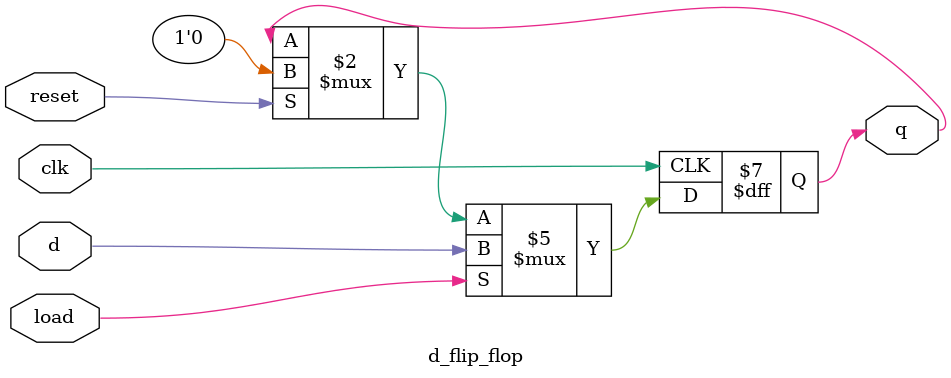
<source format=v>
/* verilator lint_off UNUSED */
module d_flip_flop
  ( 
    d,
    reset,
    load,
    clk,
    q
    );
   
  input d;
  input reset;
  input load;
  input clk;
  output reg q;
  
  always @(posedge clk)
  begin
    if (load)
    begin
        q <= d;
    end else if (reset)
    begin
        q <= 0;
    end
  end
endmodule

</source>
